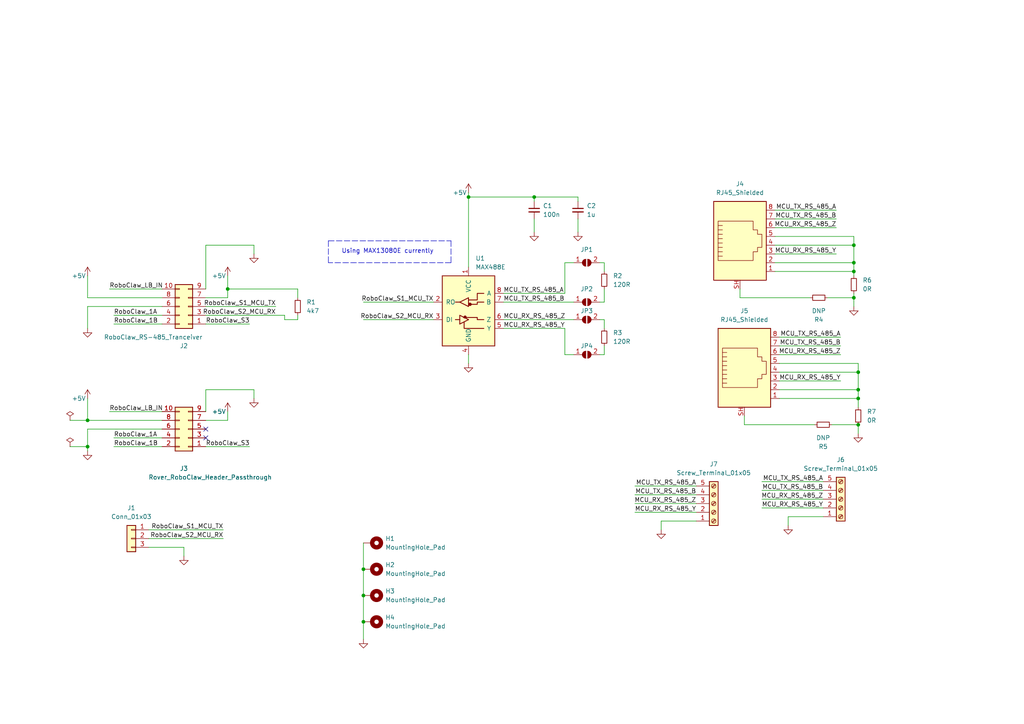
<source format=kicad_sch>
(kicad_sch (version 20211123) (generator eeschema)
  (paper "A4")
  (lib_symbols
    (symbol "Connector:RJ45_Shielded" (pin_names (offset 1.016))
      (property "Reference" "J" (at -5.08 13.97 0))
      (property "Value" "RJ45_Shielded" (at 2.54 13.97 0))
      (symbol "RJ45_Shielded_0_1"
        (polyline (pts (xy -5.08 4.445) (xy -6.35 4.445)))
        (polyline (pts (xy -5.08 5.715) (xy -6.35 5.715)))
        (polyline (pts (xy -6.35 -3.175) (xy -5.08 -3.175) (xy -5.08 -3.175)))
        (polyline (pts (xy -6.35 -1.905) (xy -5.08 -1.905) (xy -5.08 -1.905)))
        (polyline (pts (xy -6.35 -0.635) (xy -5.08 -0.635) (xy -5.08 -0.635)))
        (polyline (pts (xy -6.35 0.635) (xy -5.08 0.635) (xy -5.08 0.635)))
        (polyline (pts (xy -6.35 1.905) (xy -5.08 1.905) (xy -5.08 1.905)))
        (polyline (pts (xy -5.08 3.175) (xy -6.35 3.175) (xy -6.35 3.175)))
        (polyline (pts (xy -6.35 -4.445) (xy -6.35 6.985) (xy 3.81 6.985) (xy 3.81 4.445) (xy 5.08 4.445) (xy 5.08 3.175) (xy 6.35 3.175) (xy 6.35 -0.635) (xy 5.08 -0.635) (xy 5.08 -1.905) (xy 3.81 -1.905) (xy 3.81 -4.445) (xy -6.35 -4.445) (xy -6.35 -4.445)))
        (rectangle (start 7.62 12.7) (end -7.62 -10.16) (stroke (width 0.254)) (fill (type background)))
      )
      (symbol "RJ45_Shielded_1_1"
        (pin passive line (at 10.16 -7.62 180) (length 2.54) (name "~") (number "1"))
        (pin passive line (at 10.16 -5.08 180) (length 2.54) (name "~") (number "2"))
        (pin passive line (at 10.16 -2.54 180) (length 2.54) (name "~") (number "3"))
        (pin passive line (at 10.16 0 180) (length 2.54) (name "~") (number "4"))
        (pin passive line (at 10.16 2.54 180) (length 2.54) (name "~") (number "5"))
        (pin passive line (at 10.16 5.08 180) (length 2.54) (name "~") (number "6"))
        (pin passive line (at 10.16 7.62 180) (length 2.54) (name "~") (number "7"))
        (pin passive line (at 10.16 10.16 180) (length 2.54) (name "~") (number "8"))
        (pin passive line (at 0 -12.7 90) (length 2.54) (name "~") (number "SH"))
      )
    )
    (symbol "Connector:Screw_Terminal_01x05" (pin_names (offset 1.016) hide)
      (property "Reference" "J" (at 0 7.62 0))
      (property "Value" "Screw_Terminal_01x05" (at 0 -7.62 0))
      (symbol "Screw_Terminal_01x05_1_1"
        (rectangle (start -1.27 6.35) (end 1.27 -6.35) (stroke (width 0.254)) (fill (type background)))
        (circle (center 0 -5.08) (radius 0.635) (stroke (width 0.1524)))
        (circle (center 0 -2.54) (radius 0.635) (stroke (width 0.1524)))
        (polyline (pts (xy -0.5334 -4.7498) (xy 0.3302 -5.588)) (stroke (width 0.1524)))
        (polyline (pts (xy -0.5334 -2.2098) (xy 0.3302 -3.048)) (stroke (width 0.1524)))
        (polyline (pts (xy -0.5334 0.3302) (xy 0.3302 -0.508)) (stroke (width 0.1524)))
        (polyline (pts (xy -0.5334 2.8702) (xy 0.3302 2.032)) (stroke (width 0.1524)))
        (polyline (pts (xy -0.5334 5.4102) (xy 0.3302 4.572)) (stroke (width 0.1524)))
        (polyline (pts (xy -0.3556 -4.572) (xy 0.508 -5.4102)) (stroke (width 0.1524)))
        (polyline (pts (xy -0.3556 -2.032) (xy 0.508 -2.8702)) (stroke (width 0.1524)))
        (polyline (pts (xy -0.3556 0.508) (xy 0.508 -0.3302)) (stroke (width 0.1524)))
        (polyline (pts (xy -0.3556 3.048) (xy 0.508 2.2098)) (stroke (width 0.1524)))
        (polyline (pts (xy -0.3556 5.588) (xy 0.508 4.7498)) (stroke (width 0.1524)))
        (circle (center 0 0) (radius 0.635) (stroke (width 0.1524)))
        (circle (center 0 2.54) (radius 0.635) (stroke (width 0.1524)))
        (circle (center 0 5.08) (radius 0.635) (stroke (width 0.1524)))
        (pin passive line (at -5.08 5.08 0) (length 3.81) (name "Pin_1") (number "1"))
        (pin passive line (at -5.08 2.54 0) (length 3.81) (name "Pin_2") (number "2"))
        (pin passive line (at -5.08 0 0) (length 3.81) (name "Pin_3") (number "3"))
        (pin passive line (at -5.08 -2.54 0) (length 3.81) (name "Pin_4") (number "4"))
        (pin passive line (at -5.08 -5.08 0) (length 3.81) (name "Pin_5") (number "5"))
      )
    )
    (symbol "Connector_Generic:Conn_01x03" (pin_names (offset 1.016) hide)
      (property "Reference" "J" (at 0 5.08 0))
      (property "Value" "Conn_01x03" (at 0 -5.08 0))
      (symbol "Conn_01x03_1_1"
        (rectangle (start -1.27 -2.413) (end 0 -2.667) (stroke (width 0.1524)))
        (rectangle (start -1.27 0.127) (end 0 -0.127) (stroke (width 0.1524)))
        (rectangle (start -1.27 2.667) (end 0 2.413) (stroke (width 0.1524)))
        (rectangle (start -1.27 3.81) (end 1.27 -3.81) (stroke (width 0.254)) (fill (type background)))
        (pin passive line (at -5.08 2.54 0) (length 3.81) (name "Pin_1") (number "1"))
        (pin passive line (at -5.08 0 0) (length 3.81) (name "Pin_2") (number "2"))
        (pin passive line (at -5.08 -2.54 0) (length 3.81) (name "Pin_3") (number "3"))
      )
    )
    (symbol "Connector_Generic:Conn_02x05_Odd_Even" (pin_names (offset 1.016) hide)
      (property "Reference" "J" (at 1.27 7.62 0))
      (property "Value" "Conn_02x05_Odd_Even" (at 1.27 -7.62 0))
      (symbol "Conn_02x05_Odd_Even_1_1"
        (rectangle (start -1.27 -4.953) (end 0 -5.207) (stroke (width 0.1524)))
        (rectangle (start -1.27 -2.413) (end 0 -2.667) (stroke (width 0.1524)))
        (rectangle (start -1.27 0.127) (end 0 -0.127) (stroke (width 0.1524)))
        (rectangle (start -1.27 2.667) (end 0 2.413) (stroke (width 0.1524)))
        (rectangle (start -1.27 5.207) (end 0 4.953) (stroke (width 0.1524)))
        (rectangle (start -1.27 6.35) (end 3.81 -6.35) (stroke (width 0.254)) (fill (type background)))
        (rectangle (start 3.81 -4.953) (end 2.54 -5.207) (stroke (width 0.1524)))
        (rectangle (start 3.81 -2.413) (end 2.54 -2.667) (stroke (width 0.1524)))
        (rectangle (start 3.81 0.127) (end 2.54 -0.127) (stroke (width 0.1524)))
        (rectangle (start 3.81 2.667) (end 2.54 2.413) (stroke (width 0.1524)))
        (rectangle (start 3.81 5.207) (end 2.54 4.953) (stroke (width 0.1524)))
        (pin passive line (at -5.08 5.08 0) (length 3.81) (name "Pin_1") (number "1"))
        (pin passive line (at 7.62 -5.08 180) (length 3.81) (name "Pin_10") (number "10"))
        (pin passive line (at 7.62 5.08 180) (length 3.81) (name "Pin_2") (number "2"))
        (pin passive line (at -5.08 2.54 0) (length 3.81) (name "Pin_3") (number "3"))
        (pin passive line (at 7.62 2.54 180) (length 3.81) (name "Pin_4") (number "4"))
        (pin passive line (at -5.08 0 0) (length 3.81) (name "Pin_5") (number "5"))
        (pin passive line (at 7.62 0 180) (length 3.81) (name "Pin_6") (number "6"))
        (pin passive line (at -5.08 -2.54 0) (length 3.81) (name "Pin_7") (number "7"))
        (pin passive line (at 7.62 -2.54 180) (length 3.81) (name "Pin_8") (number "8"))
        (pin passive line (at -5.08 -5.08 0) (length 3.81) (name "Pin_9") (number "9"))
      )
    )
    (symbol "Device:C_Small" (pin_numbers hide) (pin_names (offset 0.254) hide)
      (property "Reference" "C" (at 0.254 1.778 0))
      (property "Value" "C_Small" (at 0.254 -2.032 0))
      (symbol "C_Small_0_1"
        (polyline (pts (xy -1.524 -0.508) (xy 1.524 -0.508)) (stroke (width 0.3302)))
        (polyline (pts (xy -1.524 0.508) (xy 1.524 0.508)) (stroke (width 0.3048)))
      )
      (symbol "C_Small_1_1"
        (pin passive line (at 0 2.54 270) (length 2.032) (name "~") (number "1"))
        (pin passive line (at 0 -2.54 90) (length 2.032) (name "~") (number "2"))
      )
    )
    (symbol "Device:R_Small" (pin_numbers hide) (pin_names (offset 0.254) hide)
      (property "Reference" "R" (at 0.762 0.508 0))
      (property "Value" "R_Small" (at 0.762 -1.016 0))
      (symbol "R_Small_0_1"
        (rectangle (start -0.762 1.778) (end 0.762 -1.778) (stroke (width 0.2032)))
      )
      (symbol "R_Small_1_1"
        (pin passive line (at 0 2.54 270) (length 0.762) (name "~") (number "1"))
        (pin passive line (at 0 -2.54 90) (length 0.762) (name "~") (number "2"))
      )
    )
    (symbol "Interface_UART:MAX488E" (pin_names (offset 1.016))
      (property "Reference" "U" (at -6.096 11.43 0))
      (property "Value" "MAX488E" (at 0.762 11.43 0))
      (symbol "MAX488E_0_1"
        (rectangle (start -7.62 10.16) (end 7.62 -10.16) (stroke (width 0.254)) (fill (type background)))
        (circle (center -1.27 -1.905) (radius 0.0001) (stroke (width 0.254)))
        (circle (center -0.9906 -1.778) (radius 0.3048) (stroke (width 0.254)) (fill (type outline)))
        (polyline (pts (xy -2.54 -3.81) (xy 0 -2.54)) (stroke (width 0.254)))
        (polyline (pts (xy -2.54 -2.54) (xy -3.81 -2.54)) (stroke (width 0.254)))
        (polyline (pts (xy -2.54 2.54) (xy -3.81 2.54)) (stroke (width 0.254)))
        (polyline (pts (xy -0.635 -1.905) (xy -1.27 -1.905)))
        (polyline (pts (xy -2.54 -3.81) (xy -2.54 -1.27) (xy 0 -2.54)) (stroke (width 0.254)))
        (polyline (pts (xy -1.27 -3.175) (xy -1.27 -5.08) (xy 4.445 -5.08)) (stroke (width 0.254)))
        (polyline (pts (xy -2.54 2.54) (xy 0 3.81) (xy 0 1.27) (xy -2.54 2.54)) (stroke (width 0.254)))
        (polyline (pts (xy -0.635 -1.905) (xy 2.54 -1.905) (xy 2.54 -2.54) (xy 4.445 -2.54)) (stroke (width 0.254)))
        (polyline (pts (xy 0 3.175) (xy 2.54 3.175) (xy 2.54 5.08) (xy 4.445 5.08)) (stroke (width 0.254)))
        (polyline (pts (xy 0.635 1.905) (xy 2.54 1.905) (xy 2.54 2.54) (xy 4.445 2.54)) (stroke (width 0.254)))
        (circle (center 0.4318 1.905) (radius 0.3556) (stroke (width 0.254)) (fill (type outline)))
      )
      (symbol "MAX488E_1_1"
        (pin power_in line (at 0 12.7 270) (length 2.54) (name "VCC") (number "1"))
        (pin output line (at -10.16 2.54 0) (length 2.54) (name "RO") (number "2"))
        (pin input line (at -10.16 -2.54 0) (length 2.54) (name "DI") (number "3"))
        (pin power_in line (at 0 -12.7 90) (length 2.54) (name "GND") (number "4"))
        (pin output line (at 10.16 -5.08 180) (length 2.54) (name "Y") (number "5"))
        (pin output line (at 10.16 -2.54 180) (length 2.54) (name "Z") (number "6"))
        (pin input line (at 10.16 2.54 180) (length 2.54) (name "B") (number "7"))
        (pin input line (at 10.16 5.08 180) (length 2.54) (name "A") (number "8"))
      )
    )
    (symbol "Jumper:SolderJumper_2_Open" (pin_names (offset 0) hide)
      (property "Reference" "JP" (at 0 2.032 0))
      (property "Value" "SolderJumper_2_Open" (at 0 -2.54 0))
      (symbol "SolderJumper_2_Open_0_1"
        (arc (start -0.254 1.016) (mid -1.27 0) (end -0.254 -1.016))
        (arc (start -0.254 1.016) (mid -1.27 0) (end -0.254 -1.016) (fill (type outline)))
        (polyline (pts (xy -0.254 1.016) (xy -0.254 -1.016)))
        (polyline (pts (xy 0.254 1.016) (xy 0.254 -1.016)))
        (arc (start 0.254 -1.016) (mid 1.27 0) (end 0.254 1.016))
        (arc (start 0.254 -1.016) (mid 1.27 0) (end 0.254 1.016) (fill (type outline)))
      )
      (symbol "SolderJumper_2_Open_1_1"
        (pin passive line (at -3.81 0 0) (length 2.54) (name "A") (number "1"))
        (pin passive line (at 3.81 0 180) (length 2.54) (name "B") (number "2"))
      )
    )
    (symbol "Mechanical:MountingHole_Pad" (pin_numbers hide) (pin_names (offset 1.016) hide)
      (property "Reference" "H" (at 0 6.35 0))
      (property "Value" "MountingHole_Pad" (at 0 4.445 0))
      (symbol "MountingHole_Pad_0_1"
        (circle (center 0 1.27) (radius 1.27) (stroke (width 1.27)))
      )
      (symbol "MountingHole_Pad_1_1"
        (pin input line (at 0 -2.54 90) (length 2.54) (name "1") (number "1"))
      )
    )
    (symbol "power:+5V" (power) (pin_names (offset 0))
      (property "Value" "+5V" (at 0 3.556 0))
      (symbol "+5V_0_1"
        (polyline (pts (xy -0.762 1.27) (xy 0 2.54)))
        (polyline (pts (xy 0 0) (xy 0 2.54)))
        (polyline (pts (xy 0 2.54) (xy 0.762 1.27)))
      )
      (symbol "+5V_1_1"
        (pin power_in line (at 0 0 90) (length 0) hide (name "+5V") (number "1"))
      )
    )
    (symbol "power:GND" (power) (pin_names (offset 0))
      (property "Value" "GND" (at 0 -3.81 0))
      (symbol "GND_0_1"
        (polyline (pts (xy 0 0) (xy 0 -1.27) (xy 1.27 -1.27) (xy 0 -2.54) (xy -1.27 -1.27) (xy 0 -1.27)))
      )
      (symbol "GND_1_1"
        (pin power_in line (at 0 0 270) (length 0) hide (name "GND") (number "1"))
      )
    )
    (symbol "power:PWR_FLAG" (power) (pin_numbers hide) (pin_names (offset 0) hide)
      (property "Value" "PWR_FLAG" (at 0 3.81 0))
      (symbol "PWR_FLAG_0_0"
        (pin power_out line (at 0 0 90) (length 0) (name "pwr") (number "1"))
      )
      (symbol "PWR_FLAG_0_1"
        (polyline (pts (xy 0 0) (xy 0 1.27) (xy -1.016 1.905) (xy 0 2.54) (xy 1.016 1.905) (xy 0 1.27)))
      )
    )
  )
  (junction (at 105.41 165.1))
  (junction (at 248.92 115.57))
  (junction (at 66.04 83.82))
  (junction (at 247.65 78.74))
  (junction (at 248.92 123.19))
  (junction (at 247.65 71.12))
  (junction (at 248.92 107.95))
  (junction (at 135.89 57.15))
  (junction (at 247.65 76.2))
  (junction (at 248.92 113.03))
  (junction (at 105.41 180.34))
  (junction (at 154.94 57.15))
  (junction (at 247.65 86.36))
  (junction (at 25.4 121.92))
  (junction (at 25.4 129.54))
  (junction (at 105.41 172.72))
  (no_connect (at 59.69 124.46))
  (no_connect (at 59.69 127))
  (wire (pts (xy 163.83 102.87) (xy 166.37 102.87)))
  (wire (pts (xy 238.76 144.78) (xy 220.98 144.78)))
  (wire (pts (xy 25.4 80.01) (xy 25.4 86.36)))
  (wire (pts (xy 224.79 68.58) (xy 247.65 68.58)))
  (wire (pts (xy 59.69 93.98) (xy 72.39 93.98)))
  (polyline (pts (xy 130.81 76.2) (xy 95.25 76.2)))
  (wire (pts (xy 53.34 158.75) (xy 53.34 161.29)))
  (wire (pts (xy 173.99 102.87) (xy 175.26 102.87)))
  (wire (pts (xy 226.06 113.03) (xy 248.92 113.03)))
  (wire (pts (xy 20.32 121.92) (xy 25.4 121.92)))
  (wire (pts (xy 238.76 147.32) (xy 220.98 147.32)))
  (wire (pts (xy 59.69 91.44) (xy 82.55 91.44)))
  (wire (pts (xy 73.66 113.03) (xy 73.66 115.57)))
  (wire (pts (xy 105.41 92.71) (xy 125.73 92.71)))
  (wire (pts (xy 86.36 92.71) (xy 86.36 91.44)))
  (wire (pts (xy 201.93 146.05) (xy 184.15 146.05)))
  (wire (pts (xy 66.04 80.01) (xy 66.04 83.82)))
  (polyline (pts (xy 130.81 69.85) (xy 130.81 76.2)))
  (wire (pts (xy 59.69 71.12) (xy 59.69 83.82)))
  (wire (pts (xy 224.79 73.66) (xy 242.57 73.66)))
  (wire (pts (xy 105.41 172.72) (xy 105.41 180.34)))
  (wire (pts (xy 247.65 85.09) (xy 247.65 86.36)))
  (wire (pts (xy 25.4 124.46) (xy 46.99 124.46)))
  (wire (pts (xy 241.3 123.19) (xy 248.92 123.19)))
  (wire (pts (xy 154.94 63.5) (xy 154.94 67.31)))
  (wire (pts (xy 86.36 86.36) (xy 86.36 83.82)))
  (wire (pts (xy 248.92 113.03) (xy 248.92 115.57)))
  (wire (pts (xy 25.4 88.9) (xy 25.4 95.25)))
  (wire (pts (xy 247.65 68.58) (xy 247.65 71.12)))
  (wire (pts (xy 25.4 115.57) (xy 25.4 121.92)))
  (wire (pts (xy 31.75 83.82) (xy 46.99 83.82)))
  (wire (pts (xy 154.94 57.15) (xy 167.64 57.15)))
  (wire (pts (xy 224.79 76.2) (xy 247.65 76.2)))
  (wire (pts (xy 105.41 180.34) (xy 105.41 185.42)))
  (wire (pts (xy 248.92 105.41) (xy 248.92 107.95)))
  (wire (pts (xy 73.66 71.12) (xy 73.66 73.66)))
  (wire (pts (xy 146.05 87.63) (xy 166.37 87.63)))
  (wire (pts (xy 33.02 93.98) (xy 46.99 93.98)))
  (wire (pts (xy 46.99 88.9) (xy 25.4 88.9)))
  (wire (pts (xy 226.06 102.87) (xy 243.84 102.87)))
  (wire (pts (xy 25.4 129.54) (xy 25.4 130.81)))
  (wire (pts (xy 135.89 57.15) (xy 135.89 77.47)))
  (wire (pts (xy 224.79 78.74) (xy 247.65 78.74)))
  (wire (pts (xy 146.05 85.09) (xy 163.83 85.09)))
  (wire (pts (xy 135.89 102.87) (xy 135.89 105.41)))
  (wire (pts (xy 146.05 92.71) (xy 166.37 92.71)))
  (wire (pts (xy 163.83 102.87) (xy 163.83 95.25)))
  (wire (pts (xy 240.03 86.36) (xy 247.65 86.36)))
  (wire (pts (xy 214.63 83.82) (xy 214.63 86.36)))
  (wire (pts (xy 66.04 119.38) (xy 66.04 121.92)))
  (wire (pts (xy 201.93 143.51) (xy 184.15 143.51)))
  (wire (pts (xy 201.93 148.59) (xy 184.15 148.59)))
  (wire (pts (xy 226.06 107.95) (xy 248.92 107.95)))
  (wire (pts (xy 173.99 92.71) (xy 175.26 92.71)))
  (wire (pts (xy 243.84 97.79) (xy 226.06 97.79)))
  (wire (pts (xy 214.63 86.36) (xy 234.95 86.36)))
  (wire (pts (xy 59.69 113.03) (xy 59.69 119.38)))
  (wire (pts (xy 215.9 120.65) (xy 215.9 123.19)))
  (wire (pts (xy 25.4 124.46) (xy 25.4 129.54)))
  (wire (pts (xy 59.69 88.9) (xy 80.01 88.9)))
  (wire (pts (xy 201.93 140.97) (xy 184.15 140.97)))
  (wire (pts (xy 175.26 92.71) (xy 175.26 95.25)))
  (wire (pts (xy 20.32 129.54) (xy 25.4 129.54)))
  (wire (pts (xy 154.94 57.15) (xy 154.94 58.42)))
  (wire (pts (xy 33.02 127) (xy 46.99 127)))
  (wire (pts (xy 238.76 149.86) (xy 228.6 149.86)))
  (wire (pts (xy 167.64 63.5) (xy 167.64 67.31)))
  (wire (pts (xy 226.06 100.33) (xy 243.84 100.33)))
  (wire (pts (xy 33.02 129.54) (xy 46.99 129.54)))
  (wire (pts (xy 173.99 87.63) (xy 175.26 87.63)))
  (wire (pts (xy 66.04 83.82) (xy 66.04 86.36)))
  (wire (pts (xy 163.83 76.2) (xy 166.37 76.2)))
  (wire (pts (xy 59.69 121.92) (xy 66.04 121.92)))
  (wire (pts (xy 247.65 71.12) (xy 247.65 76.2)))
  (wire (pts (xy 163.83 76.2) (xy 163.83 85.09)))
  (wire (pts (xy 154.94 57.15) (xy 135.89 57.15)))
  (wire (pts (xy 86.36 83.82) (xy 66.04 83.82)))
  (wire (pts (xy 59.69 71.12) (xy 73.66 71.12)))
  (wire (pts (xy 226.06 105.41) (xy 248.92 105.41)))
  (wire (pts (xy 31.75 119.38) (xy 46.99 119.38)))
  (wire (pts (xy 59.69 86.36) (xy 66.04 86.36)))
  (wire (pts (xy 175.26 102.87) (xy 175.26 100.33)))
  (wire (pts (xy 247.65 88.9) (xy 247.65 86.36)))
  (wire (pts (xy 248.92 107.95) (xy 248.92 113.03)))
  (wire (pts (xy 146.05 95.25) (xy 163.83 95.25)))
  (wire (pts (xy 82.55 91.44) (xy 82.55 92.71)))
  (wire (pts (xy 175.26 76.2) (xy 175.26 78.74)))
  (wire (pts (xy 105.41 165.1) (xy 105.41 172.72)))
  (wire (pts (xy 226.06 110.49) (xy 243.84 110.49)))
  (wire (pts (xy 43.18 153.67) (xy 64.77 153.67)))
  (wire (pts (xy 224.79 71.12) (xy 247.65 71.12)))
  (wire (pts (xy 82.55 92.71) (xy 86.36 92.71)))
  (wire (pts (xy 173.99 76.2) (xy 175.26 76.2)))
  (wire (pts (xy 224.79 63.5) (xy 242.57 63.5)))
  (wire (pts (xy 242.57 60.96) (xy 224.79 60.96)))
  (wire (pts (xy 43.18 158.75) (xy 53.34 158.75)))
  (wire (pts (xy 167.64 57.15) (xy 167.64 58.42)))
  (wire (pts (xy 175.26 83.82) (xy 175.26 87.63)))
  (wire (pts (xy 248.92 115.57) (xy 248.92 118.11)))
  (wire (pts (xy 191.77 151.13) (xy 191.77 153.67)))
  (wire (pts (xy 105.41 87.63) (xy 125.73 87.63)))
  (wire (pts (xy 238.76 139.7) (xy 220.98 139.7)))
  (wire (pts (xy 25.4 86.36) (xy 46.99 86.36)))
  (wire (pts (xy 201.93 151.13) (xy 191.77 151.13)))
  (wire (pts (xy 59.69 129.54) (xy 72.39 129.54)))
  (wire (pts (xy 247.65 76.2) (xy 247.65 78.74)))
  (polyline (pts (xy 95.25 69.85) (xy 130.81 69.85)))
  (wire (pts (xy 248.92 125.73) (xy 248.92 123.19)))
  (wire (pts (xy 224.79 66.04) (xy 242.57 66.04)))
  (wire (pts (xy 228.6 149.86) (xy 228.6 152.4)))
  (wire (pts (xy 43.18 156.21) (xy 64.77 156.21)))
  (wire (pts (xy 105.41 157.48) (xy 105.41 165.1)))
  (wire (pts (xy 215.9 123.19) (xy 236.22 123.19)))
  (polyline (pts (xy 95.25 69.85) (xy 95.25 76.2)))
  (wire (pts (xy 33.02 91.44) (xy 46.99 91.44)))
  (wire (pts (xy 25.4 121.92) (xy 46.99 121.92)))
  (wire (pts (xy 135.89 55.88) (xy 135.89 57.15)))
  (wire (pts (xy 226.06 115.57) (xy 248.92 115.57)))
  (wire (pts (xy 59.69 113.03) (xy 73.66 113.03)))
  (wire (pts (xy 247.65 78.74) (xy 247.65 80.01)))
  (wire (pts (xy 238.76 142.24) (xy 220.98 142.24)))
  (text "Using MAX13080E currently\n" (at 99.06 73.66 0) (effects (font (size 1.27 1.27)) (justify left bottom)))
  (label "MCU_RX_RS_485_Z" (at 243.84 102.87 180))
  (label "RoboClaw_1B" (at 33.02 129.54 0))
  (label "MCU_TX_RS_485_B" (at 238.76 142.24 180))
  (label "MCU_TX_RS_485_A" (at 201.93 140.97 180))
  (label "RoboClaw_S2_MCU_RX" (at 80.01 91.44 180))
  (label "RoboClaw_S1_MCU_TX" (at 80.01 88.9 180))
  (label "RoboClaw_1A" (at 33.02 91.44 0))
  (label "MCU_RX_RS_485_Y" (at 146.05 95.25 0))
  (label "MCU_TX_RS_485_B" (at 146.05 87.63 0))
  (label "MCU_TX_RS_485_A" (at 242.57 60.96 180))
  (label "MCU_TX_RS_485_A" (at 238.76 139.7 180))
  (label "MCU_RX_RS_485_Y" (at 243.84 110.49 180))
  (label "RoboClaw_LB_IN" (at 31.75 119.38 0))
  (label "MCU_TX_RS_485_B" (at 201.93 143.51 180))
  (label "MCU_TX_RS_485_B" (at 243.84 100.33 180))
  (label "MCU_TX_RS_485_B" (at 242.57 63.5 180))
  (label "RoboClaw_LB_IN" (at 31.75 83.82 0))
  (label "MCU_RX_RS_485_Y" (at 201.93 148.59 180))
  (label "MCU_RX_RS_485_Z" (at 146.05 92.71 0))
  (label "MCU_RX_RS_485_Y" (at 238.76 147.32 180))
  (label "RoboClaw_S1_MCU_TX" (at 64.77 153.67 180))
  (label "MCU_RX_RS_485_Z" (at 242.57 66.04 180))
  (label "MCU_RX_RS_485_Z" (at 201.93 146.05 180))
  (label "RoboClaw_S2_MCU_RX" (at 64.77 156.21 180))
  (label "RoboClaw_S3" (at 59.69 93.98 0))
  (label "RoboClaw_1A" (at 33.02 127 0))
  (label "MCU_TX_RS_485_A" (at 146.05 85.09 0))
  (label "MCU_RX_RS_485_Y" (at 242.57 73.66 180))
  (label "MCU_RX_RS_485_Z" (at 238.76 144.78 180))
  (label "RoboClaw_S3" (at 59.69 129.54 0))
  (label "RoboClaw_S2_MCU_RX" (at 125.73 92.71 180))
  (label "MCU_TX_RS_485_A" (at 243.84 97.79 180))
  (label "RoboClaw_S1_MCU_TX" (at 125.73 87.63 180))
  (label "RoboClaw_1B" (at 33.02 93.98 0))
  (symbol (lib_id "Connector:RJ45_Shielded") (at 214.63 71.12 0) (unit 1)
    (property "Reference" "J4" (at 214.63 53.34 0))
    (property "Value" "RJ45_Shielded" (at 214.63 55.88 0))
    (property "Footprint" "Connector_RJ:RJ45_Amphenol_RJHSE5380" (effects hide))
  )
  (symbol (lib_id "Connector_Generic:Conn_01x03") (at 38.1 156.21 0) (mirror y) (unit 1)
    (property "Reference" "J1" (at 38.1 147.32 0))
    (property "Value" "Conn_01x03" (at 38.1 149.86 0))
    (property "Footprint" "Connector_PinHeader_2.54mm:PinHeader_1x03_P2.54mm_Vertical" (effects hide))
  )
  (symbol (lib_id "Jumper:SolderJumper_2_Open") (at 170.18 76.2 0) (unit 1)
    (property "Reference" "JP1" (at 170.18 72.39 0))
    (property "Value" "SolderJumper_2_Open" (effects hide))
    (property "Footprint" "Jumper:SolderJumper-2_P1.3mm_Open_TrianglePad1.0x1.5mm" (effects hide))
  )
  (symbol (lib_id "Device:R_Small") (at 86.36 88.9 0) (unit 1)
    (property "Reference" "R1" (at 88.9 87.6299 0) (effects (justify left)))
    (property "Value" "4k7" (at 88.9 90.1699 0) (effects (justify left)))
    (property "Footprint" "Resistor_SMD:R_0603_1608Metric" (effects hide))
  )
  (symbol (lib_id "Connector:RJ45_Shielded") (at 215.9 107.95 0) (unit 1)
    (property "Reference" "J5" (at 215.9 90.17 0))
    (property "Value" "RJ45_Shielded" (at 215.9 92.71 0))
    (property "Footprint" "Connector_RJ:RJ45_Amphenol_RJHSE5380" (effects hide))
  )
  (symbol (lib_id "Device:R_Small") (at 247.65 82.55 0) (unit 1)
    (property "Reference" "R6" (at 250.19 81.2799 0) (effects (justify left)))
    (property "Value" "0R" (at 250.19 83.8199 0) (effects (justify left)))
    (property "Footprint" "Resistor_SMD:R_0603_1608Metric" (effects hide))
  )
  (symbol (lib_id "Interface_UART:MAX488E") (at 135.89 90.17 0) (unit 1)
    (property "Reference" "U1" (at 137.9094 74.93 0) (effects (justify left)))
    (property "Value" "MAX488E" (at 137.9094 77.47 0) (effects (justify left)))
    (property "Footprint" "Package_SO:SOIC-8_3.9x4.9mm_P1.27mm" (effects hide))
    (property "Datasheet" "https://datasheets.maximintegrated.com/en/ds/MAX1487E-MAX491E.pdf" (effects hide))
  )
  (symbol (lib_id "power:+5V") (at 25.4 115.57 0) (unit 1)
    (property "Reference" "#PWR03" (effects hide))
    (property "Value" "+5V" (at 22.86 115.57 0))
  )
  (symbol (lib_id "Jumper:SolderJumper_2_Open") (at 170.18 92.71 0) (unit 1)
    (property "Reference" "JP3" (at 170.18 90.17 0))
    (property "Value" "SolderJumper_2_Open" (effects hide))
    (property "Footprint" "Jumper:SolderJumper-2_P1.3mm_Open_TrianglePad1.0x1.5mm" (effects hide))
  )
  (symbol (lib_id "Jumper:SolderJumper_2_Open") (at 170.18 102.87 0) (unit 1)
    (property "Reference" "JP4" (at 170.18 100.33 0))
    (property "Value" "SolderJumper_2_Open" (effects hide))
    (property "Footprint" "Jumper:SolderJumper-2_P1.3mm_Open_TrianglePad1.0x1.5mm" (effects hide))
  )
  (symbol (lib_id "Mechanical:MountingHole_Pad") (at 107.95 180.34 270) (unit 1)
    (property "Reference" "H4" (at 111.76 179.0699 90) (effects (justify left)))
    (property "Value" "MountingHole_Pad" (at 111.76 181.6099 90) (effects (justify left)))
    (property "Footprint" "MountingHole:MountingHole_2.7mm_M2.5_DIN965_Pad" (effects hide))
  )
  (symbol (lib_id "power:GND") (at 135.89 105.41 0) (unit 1)
    (property "Reference" "#PWR012" (effects hide))
    (property "Value" "GND" (effects hide))
  )
  (symbol (lib_id "power:GND") (at 191.77 153.67 0) (mirror y) (unit 1)
    (property "Reference" "#PWR0101" (effects hide))
    (property "Value" "GND" (effects hide))
  )
  (symbol (lib_id "Device:R_Small") (at 237.49 86.36 270) (unit 1)
    (property "Reference" "R4" (at 237.49 92.71 90))
    (property "Value" "DNP" (at 237.49 90.17 90))
    (property "Footprint" "Resistor_SMD:R_0603_1608Metric" (effects hide))
  )
  (symbol (lib_id "power:GND") (at 228.6 152.4 0) (mirror y) (unit 1)
    (property "Reference" "#PWR014" (effects hide))
    (property "Value" "GND" (effects hide))
  )
  (symbol (lib_id "power:GND") (at 167.64 67.31 0) (unit 1)
    (property "Reference" "#PWR0102" (effects hide))
    (property "Value" "GND" (effects hide))
  )
  (symbol (lib_id "Mechanical:MountingHole_Pad") (at 107.95 172.72 270) (unit 1)
    (property "Reference" "H3" (at 111.76 171.4499 90) (effects (justify left)))
    (property "Value" "MountingHole_Pad" (at 111.76 173.9899 90) (effects (justify left)))
    (property "Footprint" "MountingHole:MountingHole_2.7mm_M2.5_DIN965_Pad" (effects hide))
  )
  (symbol (lib_id "power:GND") (at 247.65 88.9 0) (unit 1)
    (property "Reference" "#PWR015" (effects hide))
    (property "Value" "GND" (effects hide))
  )
  (symbol (lib_id "Device:C_Small") (at 154.94 60.96 0) (unit 1)
    (property "Reference" "C1" (at 157.48 59.6962 0) (effects (justify left)))
    (property "Value" "100n" (at 157.48 62.2362 0) (effects (justify left)))
    (property "Footprint" "Capacitor_SMD:C_0603_1608Metric" (effects hide))
  )
  (symbol (lib_id "power:+5V") (at 66.04 80.01 0) (unit 1)
    (property "Reference" "#PWR07" (effects hide))
    (property "Value" "+5V" (at 63.5 80.01 0))
  )
  (symbol (lib_id "Connector:Screw_Terminal_01x05") (at 207.01 146.05 0) (mirror x) (unit 1)
    (property "Reference" "J7" (at 207.01 134.62 0))
    (property "Value" "Screw_Terminal_01x05" (at 207.01 137.16 0))
    (property "Footprint" "TerminalBlock_Phoenix:TerminalBlock_Phoenix_MPT-0,5-5-2.54_1x05_P2.54mm_Horizontal" (effects hide))
  )
  (symbol (lib_id "power:GND") (at 25.4 130.81 0) (unit 1)
    (property "Reference" "#PWR04" (effects hide))
    (property "Value" "GND" (effects hide))
  )
  (symbol (lib_id "Device:R_Small") (at 248.92 120.65 0) (unit 1)
    (property "Reference" "R7" (at 251.46 119.3799 0) (effects (justify left)))
    (property "Value" "0R" (at 251.46 121.9199 0) (effects (justify left)))
    (property "Footprint" "Resistor_SMD:R_0603_1608Metric" (effects hide))
  )
  (symbol (lib_id "power:+5V") (at 25.4 80.01 0) (unit 1)
    (property "Reference" "#PWR01" (effects hide))
    (property "Value" "+5V" (at 22.86 80.01 0))
  )
  (symbol (lib_id "Device:R_Small") (at 238.76 123.19 270) (unit 1)
    (property "Reference" "R5" (at 238.76 129.54 90))
    (property "Value" "DNP" (at 238.76 127 90))
    (property "Footprint" "Resistor_SMD:R_0603_1608Metric" (effects hide))
  )
  (symbol (lib_id "Connector:Screw_Terminal_01x05") (at 243.84 144.78 0) (mirror x) (unit 1)
    (property "Reference" "J6" (at 243.84 133.35 0))
    (property "Value" "Screw_Terminal_01x05" (at 243.84 135.89 0))
    (property "Footprint" "TerminalBlock_Phoenix:TerminalBlock_Phoenix_MPT-0,5-5-2.54_1x05_P2.54mm_Horizontal" (effects hide))
  )
  (symbol (lib_id "Connector_Generic:Conn_02x05_Odd_Even") (at 54.61 88.9 180) (unit 1)
    (property "Reference" "J2" (at 53.34 100.33 0))
    (property "Value" "RoboClaw_RS-485_Tranceiver" (at 44.45 97.79 0))
    (property "Footprint" "Connector_PinSocket_2.54mm:PinSocket_2x05_P2.54mm_Horizontal" (effects hide))
  )
  (symbol (lib_id "power:GND") (at 248.92 125.73 0) (unit 1)
    (property "Reference" "#PWR016" (effects hide))
    (property "Value" "GND" (effects hide))
  )
  (symbol (lib_id "Device:R_Small") (at 175.26 81.28 0) (unit 1)
    (property "Reference" "R2" (at 177.8 80.0099 0) (effects (justify left)))
    (property "Value" "120R" (at 177.8 82.5499 0) (effects (justify left)))
    (property "Footprint" "Resistor_SMD:R_0603_1608Metric" (effects hide))
  )
  (symbol (lib_id "Mechanical:MountingHole_Pad") (at 107.95 165.1 270) (unit 1)
    (property "Reference" "H2" (at 111.76 163.8299 90) (effects (justify left)))
    (property "Value" "MountingHole_Pad" (at 111.76 166.3699 90) (effects (justify left)))
    (property "Footprint" "MountingHole:MountingHole_2.7mm_M2.5_DIN965_Pad" (effects hide))
  )
  (symbol (lib_id "power:GND") (at 105.41 185.42 0) (unit 1)
    (property "Reference" "#PWR0103" (effects hide))
    (property "Value" "GND" (effects hide))
  )
  (symbol (lib_id "power:PWR_FLAG") (at 20.32 121.92 0) (unit 1)
    (property "Reference" "#FLG01" (effects hide))
    (property "Value" "PWR_FLAG" (effects hide))
  )
  (symbol (lib_id "power:GND") (at 73.66 115.57 0) (unit 1)
    (property "Reference" "#PWR010" (effects hide))
    (property "Value" "GND" (effects hide))
  )
  (symbol (lib_id "Jumper:SolderJumper_2_Open") (at 170.18 87.63 0) (unit 1)
    (property "Reference" "JP2" (at 170.18 83.82 0))
    (property "Value" "SolderJumper_2_Open" (effects hide))
    (property "Footprint" "Jumper:SolderJumper-2_P1.3mm_Open_TrianglePad1.0x1.5mm" (effects hide))
  )
  (symbol (lib_id "Mechanical:MountingHole_Pad") (at 107.95 157.48 270) (unit 1)
    (property "Reference" "H1" (at 111.76 156.2099 90) (effects (justify left)))
    (property "Value" "MountingHole_Pad" (at 111.76 158.7499 90) (effects (justify left)))
    (property "Footprint" "MountingHole:MountingHole_2.7mm_M2.5_DIN965_Pad" (effects hide))
  )
  (symbol (lib_id "power:GND") (at 53.34 161.29 0) (unit 1)
    (property "Reference" "#PWR06" (effects hide))
    (property "Value" "GND" (effects hide))
  )
  (symbol (lib_id "power:GND") (at 73.66 73.66 0) (unit 1)
    (property "Reference" "#PWR09" (effects hide))
    (property "Value" "GND" (effects hide))
  )
  (symbol (lib_id "Device:C_Small") (at 167.64 60.96 0) (unit 1)
    (property "Reference" "C2" (at 170.18 59.6962 0) (effects (justify left)))
    (property "Value" "1u" (at 170.18 62.2362 0) (effects (justify left)))
    (property "Footprint" "Capacitor_SMD:C_0603_1608Metric" (effects hide))
  )
  (symbol (lib_id "Connector_Generic:Conn_02x05_Odd_Even") (at 54.61 124.46 180) (unit 1)
    (property "Reference" "J3" (at 53.34 135.89 0))
    (property "Value" "Rover_RoboClaw_Header_Passthrough" (at 60.96 138.43 0))
    (property "Footprint" "Connector_PinHeader_2.54mm:PinHeader_2x05_P2.54mm_Horizontal" (effects hide))
  )
  (symbol (lib_id "Device:R_Small") (at 175.26 97.79 0) (unit 1)
    (property "Reference" "R3" (at 177.8 96.5199 0) (effects (justify left)))
    (property "Value" "120R" (at 177.8 99.0599 0) (effects (justify left)))
    (property "Footprint" "Resistor_SMD:R_0603_1608Metric" (effects hide))
  )
  (symbol (lib_id "power:GND") (at 25.4 95.25 0) (unit 1)
    (property "Reference" "#PWR02" (effects hide))
    (property "Value" "GND" (effects hide))
  )
  (symbol (lib_id "power:+5V") (at 135.89 55.88 0) (unit 1)
    (property "Reference" "#PWR011" (effects hide))
    (property "Value" "+5V" (at 133.35 55.88 0))
  )
  (symbol (lib_id "power:PWR_FLAG") (at 20.32 129.54 0) (unit 1)
    (property "Reference" "#FLG02" (effects hide))
    (property "Value" "PWR_FLAG" (effects hide))
  )
  (symbol (lib_id "power:+5V") (at 66.04 119.38 0) (unit 1)
    (property "Reference" "#PWR08" (effects hide))
    (property "Value" "+5V" (at 63.5 119.38 0))
  )
  (symbol (lib_id "power:GND") (at 154.94 67.31 0) (unit 1)
    (property "Reference" "#PWR013" (effects hide))
    (property "Value" "GND" (effects hide))
  )
)
</source>
